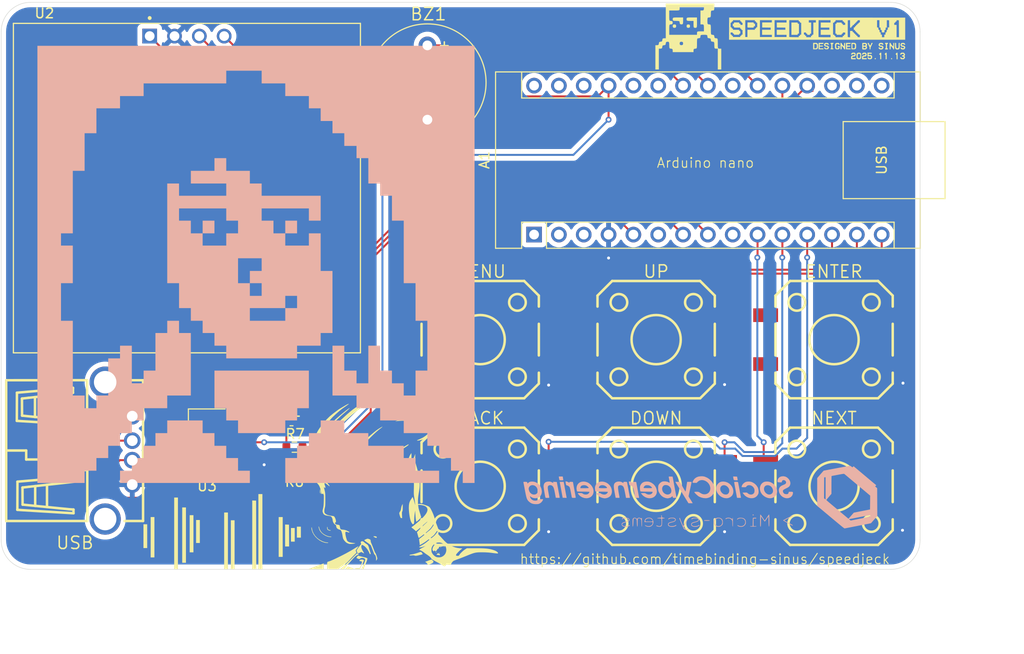
<source format=kicad_pcb>
(kicad_pcb (version 20241229) (generator "pcbnew") (generator_version "9.0")
  (title_block (title "CYBERNATOR's MODULE [Sensor]") (date "2025-09-16") (rev "1") (company "SOCIO-CYBEREENG") (comment 1 "CYBERNATOR") (comment 2 "S5-v1") (comment 3 "Made by CERCEL") (comment 4 "Sensor of Voice"))
  (layers (0 "F.Cu" signal) (2 "B.Cu" signal) (13 "F.Paste" user) (15 "B.Paste" user) (5 "F.SilkS" user "F.Silkscreen") (7 "B.SilkS" user "B.Silkscreen") (1 "F.Mask" user) (3 "B.Mask" user) (25 "Edge.Cuts" user))
  (net 0 "")
  (net 1 "GND")
  (net 2 "Net-(D1-A)")
  (net 3 "Net-(D2-A)")
  (net 7 "D2")
  (net 10 "D10")
  (net 11 "A1")
  (net 12 "A5")
  (net 13 "D8")
  (net 14 "A2")
  (net 17 "D9")
  (net 19 "+3.3V")
  (net 20 "D11")
  (net 23 "D12")
  (net 25 "D7")
  (net 26 "A0")
  (net 27 "D4")
  (net 31 "D5")
  (net 32 "A4")
  (net 33 "/Data-")
  (net 36 "/Data+")
  (net 37 "Net-(J1-VBUS)")
  (footprint "LED_SMD:LED_0402_1005Metric" (layer "F.Cu") (at 146.78 59.25)
    (property "Reference" "D1" (at 0 -1.17 0) (layer "F.SilkS"))
    (property "Value" "LED")
    (pad "1" smd roundrect (at -0.485 0) (size 0.59 0.64) (layers "F.Cu" "F.Mask" "F.Paste") (net 1 "GND"))
    (pad "2" smd roundrect (at 0.485 0) (size 0.59 0.64) (layers "F.Cu" "F.Mask" "F.Paste") (net 2 "Net-(D1-A)"))
  )
  (footprint "Resistor_SMD:R_0402_1005Metric" (layer "F.Cu") (at 134.6982 82.931)
    (property "Reference" "R1" (at 0.0018 -1.056 0) (layer "F.SilkS"))
    (property "Value" "2K2")
    (pad "1" smd roundrect (at -0.51 0) (size 0.54 0.64) (layers "F.Cu" "F.Mask" "F.Paste") (net 33 "/Data-"))
    (pad "2" smd roundrect (at 0.51 0) (size 0.54 0.64) (layers "F.Cu" "F.Mask" "F.Paste") (net 31 "D5"))
  )
  (footprint "SC:LCD_OLED_128X64_1.3_I2C" (layer "F.Cu") (at 124 59)
    (property "Reference" "U2" (at -14.575 -17.885 0) (layer "F.SilkS"))
    (property "Value" "Adafruit SSD1306 1.3 inch")
    (pad "1" thru_hole rect (at -3.81 -15.55) (size 1.508 1.508) (drill 1) (layers "*.Cu" "*.Mask") (net 19 "+3.3V"))
    (pad "2" thru_hole circle (at -1.27 -15.55) (size 1.508 1.508) (drill 1) (layers "*.Cu" "*.Mask") (net 1 "GND"))
    (pad "3" thru_hole circle (at 1.27 -15.55) (size 1.508 1.508) (drill 1) (layers "*.Cu" "*.Mask") (net 12 "A5"))
    (pad "4" thru_hole circle (at 3.81 -15.55) (size 1.508 1.508) (drill 1) (layers "*.Cu" "*.Mask") (net 32 "A4"))
  )
  (footprint "SC:SW-SMD_4P-L12.0-W12.0-P5.00-LS15.2" (layer "F.Cu") (at 172 89.5)
    (property "Reference" "DOWN" (at 0 -6.962 0) (layer "F.SilkS") (effects (font (size 1.27 1.27))))
    (property "Value" "SW_Push")
    (pad "1" smd rect (at -7 -2.4999) (size 2.54 1.4) (layers "F.Cu" "F.Mask" "F.Paste"))
    (pad "1" smd rect (at -7 2.4999) (size 2.54 1.4) (layers "F.Cu" "F.Mask" "F.Paste"))
    (pad "2" smd rect (at 7 -2.4999) (size 2.54 1.4) (layers "F.Cu" "F.Mask" "F.Paste") (net 13 "D8"))
    (pad "2" smd rect (at 7 2.4999) (size 2.54 1.4) (layers "F.Cu" "F.Mask" "F.Paste") (net 1 "GND"))
  )
  (footprint "Resistor_SMD:R_0402_1005Metric" (layer "F.Cu") (at 149.27 59.25)
    (property "Reference" "R3" (at 0 -1.17 0) (layer "F.SilkS"))
    (property "Value" "1K")
    (pad "1" smd roundrect (at -0.51 0) (size 0.54 0.64) (layers "F.Cu" "F.Mask" "F.Paste") (net 2 "Net-(D1-A)"))
    (pad "2" smd roundrect (at 0.51 0) (size 0.54 0.64) (layers "F.Cu" "F.Mask" "F.Paste") (net 26 "A0"))
  )
  (footprint "Module:Arduino_Nano" (layer "F.Cu") (at 159.512 63.754 90)
    (property "Reference" "A1" (at 7.62 -5.08 90) (layer "F.SilkS"))
    (property "Value" "Arduino_Nano_v3.x")
    (fp_text user "USB" (at 7.62 35.56 90) (layer "F.SilkS"))
    (pad "1" thru_hole rect (at 0 0 90) (size 1.6 1.6) (drill 1) (layers "*.Cu" "*.Mask"))
    (pad "2" thru_hole oval (at 0 2.54 90) (size 1.6 1.6) (drill 1) (layers "*.Cu" "*.Mask"))
    (pad "3" thru_hole oval (at 0 5.08 90) (size 1.6 1.6) (drill 1) (layers "*.Cu" "*.Mask"))
    (pad "4" thru_hole oval (at 0 7.62 90) (size 1.6 1.6) (drill 1) (layers "*.Cu" "*.Mask") (net 1 "GND"))
    (pad "5" thru_hole oval (at 0 10.16 90) (size 1.6 1.6) (drill 1) (layers "*.Cu" "*.Mask") (net 7 "D2"))
    (pad "6" thru_hole oval (at 0 12.7 90) (size 1.6 1.6) (drill 1) (layers "*.Cu" "*.Mask"))
    (pad "7" thru_hole oval (at 0 15.24 90) (size 1.6 1.6) (drill 1) (layers "*.Cu" "*.Mask") (net 27 "D4"))
    (pad "8" thru_hole oval (at 0 17.78 90) (size 1.6 1.6) (drill 1) (layers "*.Cu" "*.Mask") (net 31 "D5"))
    (pad "9" thru_hole oval (at 0 20.32 90) (size 1.6 1.6) (drill 1) (layers "*.Cu" "*.Mask"))
    (pad "10" thru_hole oval (at 0 22.86 90) (size 1.6 1.6) (drill 1) (layers "*.Cu" "*.Mask") (net 25 "D7"))
    (pad "11" thru_hole oval (at 0 25.4 90) (size 1.6 1.6) (drill 1) (layers "*.Cu" "*.Mask") (net 13 "D8"))
    (pad "12" thru_hole oval (at 0 27.94 90) (size 1.6 1.6) (drill 1) (layers "*.Cu" "*.Mask") (net 17 "D9"))
    (pad "13" thru_hole oval (at 0 30.48 90) (size 1.6 1.6) (drill 1) (layers "*.Cu" "*.Mask") (net 10 "D10"))
    (pad "14" thru_hole oval (at 0 33.02 90) (size 1.6 1.6) (drill 1) (layers "*.Cu" "*.Mask") (net 20 "D11"))
    (pad "15" thru_hole oval (at 0 35.56 90) (size 1.6 1.6) (drill 1) (layers "*.Cu" "*.Mask") (net 23 "D12"))
    (pad "16" thru_hole oval (at 15.24 35.56 90) (size 1.6 1.6) (drill 1) (layers "*.Cu" "*.Mask"))
    (pad "17" thru_hole oval (at 15.24 33.02 90) (size 1.6 1.6) (drill 1) (layers "*.Cu" "*.Mask"))
    (pad "18" thru_hole oval (at 15.24 30.48 90) (size 1.6 1.6) (drill 1) (layers "*.Cu" "*.Mask"))
    (pad "19" thru_hole oval (at 15.24 27.94 90) (size 1.6 1.6) (drill 1) (layers "*.Cu" "*.Mask") (net 26 "A0"))
    (pad "20" thru_hole oval (at 15.24 25.4 90) (size 1.6 1.6) (drill 1) (layers "*.Cu" "*.Mask") (net 11 "A1"))
    (pad "21" thru_hole oval (at 15.24 22.86 90) (size 1.6 1.6) (drill 1) (layers "*.Cu" "*.Mask") (net 14 "A2"))
    (pad "22" thru_hole oval (at 15.24 20.32 90) (size 1.6 1.6) (drill 1) (layers "*.Cu" "*.Mask"))
    (pad "23" thru_hole oval (at 15.24 17.78 90) (size 1.6 1.6) (drill 1) (layers "*.Cu" "*.Mask") (net 32 "A4"))
    (pad "24" thru_hole oval (at 15.24 15.24 90) (size 1.6 1.6) (drill 1) (layers "*.Cu" "*.Mask") (net 12 "A5"))
    (pad "25" thru_hole oval (at 15.24 12.7 90) (size 1.6 1.6) (drill 1) (layers "*.Cu" "*.Mask"))
    (pad "26" thru_hole oval (at 15.24 10.16 90) (size 1.6 1.6) (drill 1) (layers "*.Cu" "*.Mask"))
    (pad "27" thru_hole oval (at 15.24 7.62 90) (size 1.6 1.6) (drill 1) (layers "*.Cu" "*.Mask") (net 19 "+3.3V"))
    (pad "28" thru_hole oval (at 15.24 5.08 90) (size 1.6 1.6) (drill 1) (layers "*.Cu" "*.Mask"))
    (pad "29" thru_hole oval (at 15.24 2.54 90) (size 1.6 1.6) (drill 1) (layers "*.Cu" "*.Mask"))
    (pad "30" thru_hole oval (at 15.24 0 90) (size 1.6 1.6) (drill 1) (layers "*.Cu" "*.Mask"))
  )
  (footprint "SC:SW-SMD_4P-L12.0-W12.0-P5.00-LS15.2" (layer "F.Cu") (at 190.2 74.5)
    (property "Reference" "ENTER" (at 0 -6.962 0) (layer "F.SilkS") (effects (font (size 1.27 1.27))))
    (property "Value" "SW_Push")
    (pad "1" smd rect (at -7 -2.4999) (size 2.54 1.4) (layers "F.Cu" "F.Mask" "F.Paste"))
    (pad "1" smd rect (at -7 2.4999) (size 2.54 1.4) (layers "F.Cu" "F.Mask" "F.Paste"))
    (pad "2" smd rect (at 7 -2.4999) (size 2.54 1.4) (layers "F.Cu" "F.Mask" "F.Paste") (net 23 "D12"))
    (pad "2" smd rect (at 7 2.4999) (size 2.54 1.4) (layers "F.Cu" "F.Mask" "F.Paste") (net 1 "GND"))
  )
  (footprint "SC:SW-SMD_4P-L12.0-W12.0-P5.00-LS15.2" (layer "F.Cu") (at 154 89.5)
    (property "Reference" "BACK" (at 0 -6.962 0) (layer "F.SilkS") (effects (font (size 1.27 1.27))))
    (property "Value" "SW_Push")
    (pad "1" smd rect (at -7 -2.4999) (size 2.54 1.4) (layers "F.Cu" "F.Mask" "F.Paste"))
    (pad "1" smd rect (at -7 2.4999) (size 2.54 1.4) (layers "F.Cu" "F.Mask" "F.Paste"))
    (pad "2" smd rect (at 7 -2.4999) (size 2.54 1.4) (layers "F.Cu" "F.Mask" "F.Paste") (net 17 "D9"))
    (pad "2" smd rect (at 7 2.4999) (size 2.54 1.4) (layers "F.Cu" "F.Mask" "F.Paste") (net 1 "GND"))
  )
  (footprint "Logos:SpeedJeck1v_add" (layer "F.Cu") (at 188.456289 44.141672)
    (property "Reference" "G***" (hide yes))
    (property "Value" "LOGO" (hide yes))
  )
  (footprint "Resistor_SMD:R_0603_1608Metric" (layer "F.Cu") (at 135 87.63 180)
    (property "Reference" "R8" (at 0 -1.42 180) (layer "F.SilkS"))
    (property "Value" "68")
    (pad "1" smd roundrect (at -0.825 0 180) (size 0.8 0.95) (layers "F.Cu" "F.Mask" "F.Paste") (net 7 "D2"))
    (pad "2" smd roundrect (at 0.825 0 180) (size 0.8 0.95) (layers "F.Cu" "F.Mask" "F.Paste") (net 36 "/Data+"))
  )
  (footprint "SC:USB-A-TH_USB-M-1_C2346" (layer "F.Cu") (at 117.022 85.852 180)
    (property "Reference" "USB" (at 4.479 -9.4352 0) (layer "F.SilkS") (effects (font (size 1.27 1.27))))
    (property "Value" "USB_A")
    (pad "1" thru_hole oval (at -1.3856 3.5204 180) (size 1.7 1.7) (drill 1.1) (layers "*.Cu" "*.Mask") (net 37 "Net-(J1-VBUS)"))
    (pad "2" thru_hole oval (at -1.3856 1.0185 180) (size 1.7 1.7) (drill 1.1) (layers "*.Cu" "*.Mask") (net 33 "/Data-"))
    (pad "3" thru_hole oval (at -1.3856 -0.9804 180) (size 1.7 1.7) (drill 1.1) (layers "*.Cu" "*.Mask") (net 36 "/Data+"))
    (pad "4" thru_hole oval (at -1.3856 -3.4798 180) (size 1.7 1.7) (drill 1.1) (layers "*.Cu" "*.Mask") (net 1 "GND"))
    (pad "5" thru_hole oval (at 1.3856 -7.0002) (size 3.2 3.2) (drill 2.3) (layers "*.Cu" "*.Mask"))
    (pad "5" thru_hole oval (at 1.3856 7.0002) (size 3.2 3.2) (drill 2.3) (layers "*.Cu" "*.Mask"))
  )
  (footprint "Resistor_SMD:R_0603_1608Metric" (layer "F.Cu") (at 135 85.5)
    (property "Reference" "R7" (at 0.075 -1.35 0) (layer "F.SilkS"))
    (property "Value" "68")
    (pad "1" smd roundrect (at -0.825 0) (size 0.8 0.95) (layers "F.Cu" "F.Mask" "F.Paste") (net 33 "/Data-"))
    (pad "2" smd roundrect (at 0.825 0) (size 0.8 0.95) (layers "F.Cu" "F.Mask" "F.Paste") (net 27 "D4"))
  )
  (footprint "SC:SW-SMD_4P-L12.0-W12.0-P5.00-LS15.2" (layer "F.Cu") (at 154 74.5)
    (property "Reference" "MENU" (at 0 -6.962 0) (layer "F.SilkS") (effects (font (size 1.27 1.27))))
    (property "Value" "SW_Push")
    (pad "1" smd rect (at -7 -2.4999) (size 2.54 1.4) (layers "F.Cu" "F.Mask" "F.Paste"))
    (pad "1" smd rect (at -7 2.4999) (size 2.54 1.4) (layers "F.Cu" "F.Mask" "F.Paste"))
    (pad "2" smd rect (at 7 -2.4999) (size 2.54 1.4) (layers "F.Cu" "F.Mask" "F.Paste") (net 10 "D10"))
    (pad "2" smd rect (at 7 2.4999) (size 2.54 1.4) (layers "F.Cu" "F.Mask" "F.Paste") (net 1 "GND"))
  )
  (footprint "Resistor_SMD:R_0402_1005Metric" (layer "F.Cu") (at 149.26 57)
    (property "Reference" "R2" (at 0 -1.17 0) (layer "F.SilkS"))
    (property "Value" "1K")
    (pad "1" smd roundrect (at -0.51 0) (size 0.54 0.64) (layers "F.Cu" "F.Mask" "F.Paste") (net 3 "Net-(D2-A)"))
    (pad "2" smd roundrect (at 0.51 0) (size 0.54 0.64) (layers "F.Cu" "F.Mask" "F.Paste") (net 11 "A1"))
  )
  (footprint "SC:BUZ-TH_BD12.0-P7.60-D0.6-FD" (layer "F.Cu") (at 148.6 48.2 -90)
    (property "Reference" "BZ1" (at -7 -0.1 0) (layer "F.SilkS") (effects (font (size 1.27 1.27))))
    (property "Value" "Buzzer")
    (fp_text user "+" (at -4.5 -2.4 270) (layer "F.SilkS") (effects (font (size 1.016 1.016) (thickness 0.1524)) (justify left top)))
    (pad "1" thru_hole oval (at -3.8 0 270) (size 1.8 1.8) (drill 1) (layers "*.Cu" "*.Mask") (net 14 "A2"))
    (pad "2" thru_hole rect (at 3.8 0 270) (size 1.8 1.8) (drill 1) (layers "*.Cu" "*.Mask") (net 1 "GND"))
  )
  (footprint "Logos:Linara" (layer "F.Cu") (at 138.938 88.138)
    (property "Reference" "G***" (hide yes))
    (property "Value" "LOGO" (hide yes))
  )
  (footprint "SC:SW-SMD_4P-L12.0-W12.0-P5.00-LS15.2" (layer "F.Cu") (at 190.2 89.5)
    (property "Reference" "NEXT" (at 0 -6.962 0) (layer "F.SilkS") (effects (font (size 1.27 1.27))))
    (property "Value" "SW_Push")
    (pad "1" smd rect (at -7 -2.4999) (size 2.54 1.4) (layers "F.Cu" "F.Mask" "F.Paste") (net 25 "D7"))
    (pad "1" smd rect (at -7 2.4999) (size 2.54 1.4) (layers "F.Cu" "F.Mask" "F.Paste"))
    (pad "2" smd rect (at 7 -2.4999) (size 2.54 1.4) (layers "F.Cu" "F.Mask" "F.Paste"))
    (pad "2" smd rect (at 7 2.4999) (size 2.54 1.4) (layers "F.Cu" "F.Mask" "F.Paste") (net 1 "GND"))
  )
  (footprint "Logos:Jack" (layer "F.Cu") (at 175.006 42.926)
    (property "Reference" "G***" (hide yes))
    (property "Value" "LOGO" (hide yes))
  )
  (footprint "LED_SMD:LED_0402_1005Metric" (layer "F.Cu") (at 146.77 57)
    (property "Reference" "D2" (at 0 -1.17 0) (layer "F.SilkS"))
    (property "Value" "LED")
    (pad "1" smd roundrect (at -0.485 0) (size 0.59 0.64) (layers "F.Cu" "F.Mask" "F.Paste") (net 1 "GND"))
    (pad "2" smd roundrect (at 0.485 0) (size 0.59 0.64) (layers "F.Cu" "F.Mask" "F.Paste") (net 3 "Net-(D2-A)"))
  )
  (footprint "SC:SW-SMD_4P-L12.0-W12.0-P5.00-LS15.2" (layer "F.Cu") (at 172 74.5)
    (property "Reference" "UP" (at 0 -6.962 0) (layer "F.SilkS") (effects (font (size 1.27 1.27))))
    (property "Value" "SW_Push")
    (pad "1" smd rect (at -7 -2.4999) (size 2.54 1.4) (layers "F.Cu" "F.Mask" "F.Paste"))
    (pad "1" smd rect (at -7 2.4999) (size 2.54 1.4) (layers "F.Cu" "F.Mask" "F.Paste"))
    (pad "2" smd rect (at 7 -2.4999) (size 2.54 1.4) (layers "F.Cu" "F.Mask" "F.Paste") (net 20 "D11"))
    (pad "2" smd rect (at 7 2.4999) (size 2.54 1.4) (layers "F.Cu" "F.Mask" "F.Paste") (net 1 "GND"))
  )
  (footprint "Package_TO_SOT_SMD:SOT-223-3_TabPin2" (layer "F.Cu") (at 126.06 85 180)
    (property "Reference" "U3" (at 0 -4.5 0) (layer "F.SilkS"))
    (property "Value" "AMS1117-3.3")
    (pad "1" smd roundrect (at -3.15 -2.3 180) (size 2 1.5) (layers "F.Cu" "F.Mask" "F.Paste") (net 1 "GND"))
    (pad "2" smd roundrect (at -3.15 0 180) (size 2 1.5) (layers "F.Cu" "F.Mask" "F.Paste") (net 19 "+3.3V"))
    (pad "2" smd roundrect (at 3.15 0 180) (size 2 3.8) (layers "F.Cu" "F.Mask" "F.Paste") (net 19 "+3.3V"))
    (pad "3" smd roundrect (at -3.15 2.3 180) (size 2 1.5) (layers "F.Cu" "F.Mask" "F.Paste") (net 37 "Net-(J1-VBUS)"))
  )
  (footprint "Logos:SC" (layer "B.Cu") (at 178 91 180)
    (property "Reference" "G***" (hide yes))
    (property "Value" "LOGO" (hide yes))
  )
  (footprint "Logos:Nowo" (layer "B.Cu") (at 131.064 66.802 180)
    (property "Reference" "G***" (hide yes))
    (property "Value" "LOGO" (hide yes))
  )
  (gr_arc (start 199 95) (mid 198.12132 97.12132) (end 196 98) (stroke (width 0.05)) (layer "Edge.Cuts"))
  (gr_line (start 105 43) (end 105 95) (stroke (width 0.05)) (layer "Edge.Cuts"))
  (gr_arc (start 107.999999 98) (mid 105.878679 97.12132) (end 104.999999 95) (stroke (width 0.05)) (layer "Edge.Cuts"))
  (gr_arc (start 196 40) (mid 198.12132 40.87868) (end 199 43) (stroke (width 0.05)) (layer "Edge.Cuts"))
  (gr_line (start 199 43) (end 199 95) (stroke (width 0.05)) (layer "Edge.Cuts"))
  (gr_arc (start 105 43) (mid 105.87868 40.87868) (end 108 40) (stroke (width 0.05)) (layer "Edge.Cuts"))
  (gr_line (start 196 98) (end 108 98) (stroke (width 0.05)) (layer "Edge.Cuts"))
  (gr_line (start 108 40) (end 196 40) (stroke (width 0.05)) (layer "Edge.Cuts"))
  (gr_text "https://github.com/timebinding-sinus/speedjeck" (at 157.988 97.536 -0) (layer "F.SilkS") (effects (font (size 1 1) (thickness 0.1)) (justify left bottom)))
  (gr_text "Arduino nano" (at 172 57 0) (layer "F.SilkS") (effects (font (size 1 1) (thickness 0.1)) (justify left bottom)))
  (segment (start 129.15 87.3) (end 131.9 87.3) (width 0.2) (layer "F.Cu") (net 1))
  (segment (start 146.295 59.25) (end 146.295 57.01) (width 0.2) (layer "F.Cu") (net 1))
  (segment (start 146.295 57.01) (end 146.285 57) (width 0.2) (layer "F.Cu") (net 1))
  (segment (start 179 94.15) (end 179 92) (width 0.2) (layer "F.Cu") (net 1))
  (segment (start 167.132 66.15) (end 167.132 63.754) (width 0.2) (layer "F.Cu") (net 1))
  (segment (start 161 92) (end 161 94.15) (width 0.2) (layer "F.Cu") (net 1))
  (segment (start 179 79.1) (end 179 76.9999) (width 0.2) (layer "F.Cu") (net 1))
  (segment (start 197.25 77) (end 197.25 78.95) (width 0.2) (layer "F.Cu") (net 1))
  (segment (start 161 77) (end 161 79.15) (width 0.2) (layer "F.Cu") (net 1))
  (segment (start 197.2 94) (end 197.2 91.9999) (width 0.2) (layer "F.Cu") (net 1))
  (via (at 197.25 78.95) (size 0.6) (drill 0.3) (layers "F.Cu" "B.Cu") (net 1))
  (via (at 179 79.1) (size 0.6) (drill 0.3) (layers "F.Cu" "B.Cu") (net 1))
  (via (at 161 79.15) (size 0.6) (drill 0.3) (layers "F.Cu" "B.Cu") (net 1))
  (via (at 167.132 66.15) (size 0.6) (drill 0.3) (layers "F.Cu" "B.Cu") (net 1))
  (via (at 131.9 87.3) (size 0.6) (drill 0.3) (layers "F.Cu" "B.Cu") (net 1))
  (via (at 197.2 94) (size 0.6) (drill 0.3) (layers "F.Cu" "B.Cu") (net 1))
  (via (at 161 94.15) (size 0.6) (drill 0.3) (layers "F.Cu" "B.Cu") (net 1))
  (via (at 179 94.15) (size 0.6) (drill 0.3) (layers "F.Cu" "B.Cu") (net 1))
  (segment (start 148.76 59.25) (end 147.265 59.25) (width 0.2) (layer "F.Cu") (net 2))
  (segment (start 148.75 57) (end 147.255 57) (width 0.2) (layer "F.Cu") (net 3))
  (segment (start 142.802 66.3322) (end 142.802 81.9118) (width 0.2) (layer "F.Cu") (net 7))
  (segment (start 137.0838 87.63) (end 135.825 87.63) (width 0.2) (layer "F.Cu") (net 7))
  (segment (start 147.3322 61.802) (end 142.802 66.3322) (width 0.2) (layer "F.Cu") (net 7))
  (segment (start 167.72 61.802) (end 147.3322 61.802) (width 0.2) (layer "F.Cu") (net 7))
  (segment (start 142.802 81.9118) (end 137.0838 87.63) (width 0.2) (layer "F.Cu") (net 7))
  (segment (start 169.672 63.754) (end 167.72 61.802) (width 0.2) (layer "F.Cu") (net 7))
  (segment (start 189.992 66.357) (end 189 67.349) (width 0.2) (layer "F.Cu") (net 10))
  (segment (start 189 67.349) (end 180.0839 67.349) (width 0.2) (layer "F.Cu") (net 10))
  (segment (start 189.992 63.754) (end 189.992 66.357) (width 0.2) (layer "F.Cu") (net 10))
  (segment (start 176.4839 70.949) (end 162.051 70.949) (width 0.2) (layer "F.Cu") (net 10))
  (segment (start 162.051 70.949) (end 161 72) (width 0.2) (layer "F.Cu") (net 10))
  (segment (start 180.0839 67.349) (end 176.4839 70.949) (width 0.2) (layer "F.Cu") (net 10))
  (segment (start 184.912 55.088) (end 183 57) (width 0.2) (layer "F.Cu") (net 11))
  (segment (start 183 57) (end 149.77 57) (width 0.2) (layer "F.Cu") (net 11))
  (segment (start 184.912 48.514) (end 184.912 55.088) (width 0.2) (layer "F.Cu") (net 11))
  (segment (start 174.752 48.514) (end 173.238 47) (width 0.2) (layer "F.Cu") (net 12))
  (segment (start 173.238 47) (end 128.82 47) (width 0.2) (layer "F.Cu") (net 12))
  (segment (start 128.82 47) (end 125.27 43.45) (width 0.2) (layer "F.Cu") (net 12))
  (segment (start 184.912 66.088) (end 184.9 66.1) (width 0.2) (layer "F.Cu") (net 13))
  (segment (start 184.912 63.754) (end 184.912 66.088) (width 0.2) (layer "F.Cu") (net 13))
  (segment (start 179 87) (end 179 85) (width 0.2) (layer "F.Cu") (net 13))
  (via (at 179 85) (size 0.6) (drill 0.3) (layers "F.Cu" "B.Cu") (net 13))
  (via (at 184.9 66.1) (size 0.6) (drill 0.3) (layers "F.Cu" "B.Cu") (net 13))
  (segment (start 184 86) (end 181 86) (width 0.2) (layer "B.Cu") (net 13))
  (segment (start 184.9 66.1) (end 184.9 85.1) (width 0.2) (layer "B.Cu") (net 13))
  (segment (start 180 85) (end 179 85) (width 0.2) (layer "B.Cu") (net 13))
  (segment (start 184.9 85.1) (end 184 86) (width 0.2) (layer "B.Cu") (net 13))
  (segment (start 181 86) (end 180 85) (width 0.2) (layer "B.Cu") (net 13))
  (segment (start 178.258 44.4) (end 182.372 48.514) (width 0.2) (layer "F.Cu") (net 14))
  (segment (start 148.6 44.4) (end 178.258 44.4) (width 0.2) (layer "F.Cu") (net 14))
  (segment (start 187.45 66.1) (end 187.452 66.098) (width 0.2) (layer "F.Cu") (net 17))
  (segment (start 187.452 66.098) (end 187.452 63.754) (width 0.2) (layer "F.Cu") (net 17))
  (segment (start 161 87) (end 161 84.95) (width 0.2) (layer "F.Cu") (net 17))
  (via (at 161 84.95) (size 0.6) (drill 0.3) (layers "F.Cu" "B.Cu") (net 17))
  (via (at 187.45 66.1) (size 0.6) (drill 0.3) (layers "F.Cu" "B.Cu") (net 17))
  (segment (start 180.0829 85.65) (end 180.8339 86.401) (width 0.2) (layer "B.Cu") (net 17))
  (segment (start 161 84.95) (end 177.85 84.95) (width 0.2) (layer "B.Cu") (net 17))
  (segment (start 184.9171 85.65) (end 186.35 85.65) (width 0.2) (layer "B.Cu") (net 17))
  (segment (start 186.35 85.65) (end 187.45 84.55) (width 0.2) (layer "B.Cu") (net 17))
  (segment (start 184.1661 86.401) (end 184.9171 85.65) (width 0.2) (layer "B.Cu") (net 17))
  (segment (start 178.55 85.65) (end 180.0829 85.65) (width 0.2) (layer "B.Cu") (net 17))
  (segment (start 177.85 84.95) (end 178.55 85.65) (width 0.2) (layer "B.Cu") (net 17))
  (segment (start 180.8339 86.401) (end 184.1661 86.401) (width 0.2) (layer "B.Cu") (net 17))
  (segment (start 187.45 84.55) (end 187.45 66.1) (width 0.2) (layer "B.Cu") (net 17))
  (segment (start 129.15 85) (end 131.9 85) (width 0.2) (layer "F.Cu") (net 19))
  (segment (start 124.74 48) (end 120.19 43.45) (width 0.2) (layer "F.Cu") (net 19))
  (segment (start 167.132 52) (end 167.132 48.514) (width 0.2) (layer "F.Cu") (net 19))
  (segment (start 166.031 49.615) (end 157.615 49.615) (width 0.2) (layer "F.Cu") (net 19))
  (segment (start 157.615 49.615) (end 156 48) (width 0.2) (layer "F.Cu") (net 19))
  (segment (start 156 48) (end 124.74 48) (width 0.2) (layer "F.Cu") (net 19))
  (segment (start 167.132 48.514) (end 166.031 49.615) (width 0.2) (layer "F.Cu") (net 19))
  (via (at 167.132 52) (size 0.6) (drill 0.3) (layers "F.Cu" "B.Cu") (net 19))
  (via (at 131.9 85) (size 0.6) (drill 0.3) (layers "F.Cu" "B.Cu") (net 19))
  (segment (start 145.4 55.6) (end 144 57) (width 0.2) (layer "B.Cu") (net 19))
  (segment (start 163.532 55.6) (end 145.4 55.6) (width 0.2) (layer "B.Cu") (net 19))
  (segment (start 167.132 52) (end 163.532 55.6) (width 0.2) (layer "B.Cu") (net 19))
  (segment (start 144 80) (end 139 85) (width 0.2) (layer "B.Cu") (net 19))
  (segment (start 144 57) (end 144 80) (width 0.2) (layer "B.Cu") (net 19))
  (segment (start 139 85) (end 131.9 85) (width 0.2) (layer "B.Cu") (net 19))
  (segment (start 179 72) (end 179 69) (width 0.2) (layer "F.Cu") (net 20))
  (segment (start 192.532 66.218) (end 192.532 63.754) (width 0.2) (layer "F.Cu") (net 20))
  (segment (start 180.25 67.75) (end 191 67.75) (width 0.2) (layer "F.Cu") (net 20))
  (segment (start 191 67.75) (end 192.532 66.218) (width 0.2) (layer "F.Cu") (net 20))
  (segment (start 179 69) (end 180.25 67.75) (width 0.2) (layer "F.Cu") (net 20))
  (segment (start 197.25 69.5) (end 195.072 67.322) (width 0.2) (layer "F.Cu") (net 23))
  (segment (start 195.072 67.322) (end 195.072 63.754) (width 0.2) (layer "F.Cu") (net 23))
  (segment (start 197.25 72) (end 197.25 69.5) (width 0.2) (layer "F.Cu") (net 23))
  (segment (start 182.372 63.754) (end 182.372 66.078) (width 0.2) (layer "F.Cu") (net 25))
  (segment (start 182.372 66.078) (end 182.35 66.1) (width 0.2) (layer "F.Cu") (net 25))
  (segment (start 183 87) (end 183 85) (width 0.2) (layer "F.Cu") (net 25))
  (via (at 183 85) (size 0.6) (drill 0.3) (layers "F.Cu" "B.Cu") (net 25))
  (via (at 182.35 66.1) (size 0.6) (drill 0.3) (layers "F.Cu" "B.Cu") (net 25))
  (segment (start 182.35 84.35) (end 183 85) (width 0.2) (layer "B.Cu") (net 25))
  (segment (start 182.35 66.1) (end 182.35 84.35) (width 0.2) (layer "B.Cu") (net 25))
  (segment (start 183.1661 57.401) (end 185.313 55.2541) (width 0.2) (layer "F.Cu") (net 26))
  (segment (start 151.151 59.25) (end 153 57.401) (width 0.2) (layer "F.Cu") (net 26))
  (segment (start 153 57.401) (end 183.1661 57.401) (width 0.2) (layer "F.Cu") (net 26))
  (segment (start 185.313 50.653) (end 187.452 48.514) (width 0.2) (layer "F.Cu") (net 26))
  (segment (start 149.78 59.25) (end 151.151 59.25) (width 0.2) (layer "F.Cu") (net 26))
  (segment (start 185.313 55.2541) (end 185.313 50.653) (width 0.2) (layer "F.Cu") (net 26))
  (segment (start 188 49.062) (end 187.452 48.514) (width 0.2) (layer "F.Cu") (net 26))
  (segment (start 147.1661 61.401) (end 172.399 61.401) (width 0.2) (layer "F.Cu") (net 27))
  (segment (start 172.399 61.401) (end 174.752 63.754) (width 0.2) (layer "F.Cu") (net 27))
  (segment (start 142.401 66.1661) (end 147.1661 61.401) (width 0.2) (layer "F.Cu") (net 27))
  (segment (start 135.825 85.5) (end 137.1818 85.5) (width 0.2) (layer "F.Cu") (net 27))
  (segment (start 137.1818 85.5) (end 142.401 80.2808) (width 0.2) (layer "F.Cu") (net 27))
  (segment (start 142.401 80.2808) (end 142.401 66.1661) (width 0.2) (layer "F.Cu") (net 27))
  (segment (start 137.16 82.931) (end 142 78.091) (width 0.2) (layer "F.Cu") (net 31))
  (segment (start 147 61) (end 174.538 61) (width 0.2) (layer "F.Cu") (net 31))
  (segment (start 174.538 61) (end 177.292 63.754) (width 0.2) (layer "F.Cu") (net 31))
  (segment (start 142 66) (end 147 61) (width 0.2) (layer "F.Cu") (net 31))
  (segment (start 135.2082 82.931) (end 137.16 82.931) (width 0.2) (layer "F.Cu") (net 31))
  (segment (start 142 78.091) (end 142 66) (width 0.2) (layer "F.Cu") (net 31))
  (segment (start 127.81 43.45) (end 130.959 46.599) (width 0.2) (layer "F.Cu") (net 32))
  (segment (start 175.377 46.599) (end 177.292 48.514) (width 0.2) (layer "F.Cu") (net 32))
  (segment (start 130.959 46.599) (end 175.377 46.599) (width 0.2) (layer "F.Cu") (net 32))
  (segment (start 134.175 85.5) (end 134.175 82.9442) (width 0.2) (layer "F.Cu") (net 33))
  (segment (start 116.84 84.582) (end 117.0915 84.8335) (width 0.2) (layer "F.Cu") (net 33))
  (segment (start 134.1882 82.931) (end 134.1882 81.688201) (width 0.2) (layer "F.Cu") (net 33))
  (segment (start 116.84 81.534) (end 116.84 84.582) (width 0.2) (layer "F.Cu") (net 33))
  (segment (start 117.0915 84.8335) (end 118.4076 84.8335) (width 0.2) (layer "F.Cu") (net 33))
  (segment (start 117.581476 80.792524) (end 116.84 81.534) (width 0.2) (layer "F.Cu") (net 33))
  (segment (start 134.1882 81.688201) (end 133.292523 80.792524) (width 0.2) (layer "F.Cu") (net 33))
  (segment (start 134.175 82.9442) (end 134.1882 82.931) (width 0.2) (layer "F.Cu") (net 33))
  (segment (start 133.292523 80.792524) (end 117.581476 80.792524) (width 0.2) (layer "F.Cu") (net 33))
  (segment (start 117.1296 86.8324) (end 118.4076 86.8324) (width 0.2) (layer "F.Cu") (net 36))
  (segment (start 134.175 89.825) (end 133.322 90.678) (width 0.2) (layer "F.Cu") (net 36))
  (segment (start 133.322 90.678) (end 117.348 90.678) (width 0.2) (layer "F.Cu") (net 36))
  (segment (start 134.175 87.63) (end 134.175 89.825) (width 0.2) (layer "F.Cu") (net 36))
  (segment (start 116.84 87.122) (end 117.1296 86.8324) (width 0.2) (layer "F.Cu") (net 36))
  (segment (start 117.348 90.678) (end 116.84 90.17) (width 0.2) (layer "F.Cu") (net 36))
  (segment (start 116.84 90.17) (end 116.84 87.122) (width 0.2) (layer "F.Cu") (net 36))
  (segment (start 128.8 81.2) (end 129.15 81.55) (width 0.2) (layer "F.Cu") (net 37))
  (segment (start 118.4076 82.3316) (end 119.5392 81.2) (width 0.2) (layer "F.Cu") (net 37))
  (segment (start 119.5392 81.2) (end 128.8 81.2) (width 0.2) (layer "F.Cu") (net 37))
  (segment (start 129.15 81.55) (end 129.15 82.7) (width 0.2) (layer "F.Cu") (net 37))
  (zone (net 1) (net_name "GND") (layer "B.Cu") (priority 1) (connect_pads (clearance 0.5)) (min_thickness 0.25) (fill yes (thermal_gap 0.5) (thermal_bridge_width 0.5))
    (polygon (pts (xy 104.87868 39.75736) (xy 199.12132 39.75736) (xy 199.12132 98) (xy 104.87868 98)))
  )
)
</source>
